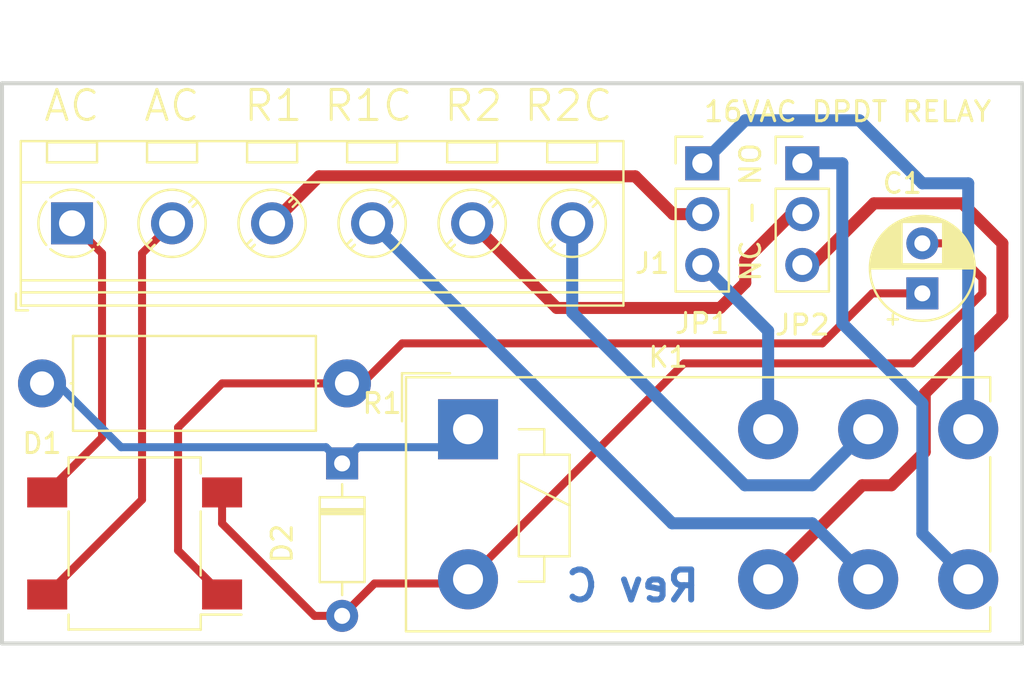
<source format=kicad_pcb>
(kicad_pcb (version 20221018) (generator pcbnew)
  (layers (0 "F.Cu" signal) (31 "B.Cu" signal) (34 "B.Paste" user) (35 "F.Paste" user) (36 "B.SilkS" user "B.Silkscreen") (37 "F.SilkS" user "F.Silkscreen") (38 "B.Mask" user) (39 "F.Mask" user) (44 "Edge.Cuts" user))
  (net 0 "")
  (net 1 "Net-(D1-+)")
  (net 2 "Net-(D1--)")
  (net 3 "Net-(J1-Pin_5)")
  (net 4 "Net-(J1-Pin_6)")
  (net 5 "Net-(D2-K)")
  (net 6 "Net-(J1-Pin_1)")
  (net 7 "Net-(J1-Pin_2)")
  (net 8 "Net-(J1-Pin_3)")
  (net 9 "Net-(J1-Pin_4)")
  (net 10 "Net-(JP1-Pin_1)")
  (net 11 "Net-(JP1-Pin_3)")
  (net 12 "Net-(JP2-Pin_1)")
  (net 13 "Net-(JP2-Pin_3)")
  (footprint "Connector_PinHeader_2.54mm:PinHeader_1x03_P2.54mm_Vertical" (layer "F.Cu") (at 141 122)
    (fp_text reference "JP2" (at 0 8.08 180) (layer "F.SilkS"))
    (fp_text value "Conn_01x03")
    (fp_line (start -1.33 -1.33) (end 0 -1.33) (stroke (width 0.12)) (layer "F.SilkS"))
    (fp_line (start -1.33 0) (end -1.33 -1.33) (stroke (width 0.12)) (layer "F.SilkS"))
    (fp_line (start -1.33 1.27) (end -1.33 6.41) (stroke (width 0.12)) (layer "F.SilkS"))
    (fp_line (start -1.33 1.27) (end 1.33 1.27) (stroke (width 0.12)) (layer "F.SilkS"))
    (fp_line (start -1.33 6.41) (end 1.33 6.41) (stroke (width 0.12)) (layer "F.SilkS"))
    (fp_line (start 1.33 1.27) (end 1.33 6.41) (stroke (width 0.12)) (layer "F.SilkS"))
    (pad "1" thru_hole rect (at 0 0) (size 1.7 1.7) (drill 1) (layers "*.Cu" "*.Mask") (net 12 "Net-(JP2-Pin_1)"))
    (pad "2" thru_hole oval (at 0 2.54) (size 1.7 1.7) (drill 1) (layers "*.Cu" "*.Mask") (net 3 "Net-(J1-Pin_5)"))
    (pad "3" thru_hole oval (at 0 5.08) (size 1.7 1.7) (drill 1) (layers "*.Cu" "*.Mask") (net 13 "Net-(JP2-Pin_3)"))
  )
  (footprint "Resistor_THT:R_Axial_DIN0414_L11.9mm_D4.5mm_P15.24mm_Horizontal" (layer "F.Cu") (at 118.24 133 180)
    (fp_text reference "R1" (at -1.76 -1) (layer "F.SilkS"))
    (fp_text value "270 1/2 W")
    (fp_line (start 1.44 0) (end 1.55 0) (stroke (width 0.12)) (layer "F.SilkS"))
    (fp_line (start 1.55 -2.37) (end 1.55 2.37) (stroke (width 0.12)) (layer "F.SilkS"))
    (fp_line (start 1.55 2.37) (end 13.69 2.37) (stroke (width 0.12)) (layer "F.SilkS"))
    (fp_line (start 13.69 -2.37) (end 1.55 -2.37) (stroke (width 0.12)) (layer "F.SilkS"))
    (fp_line (start 13.69 2.37) (end 13.69 -2.37) (stroke (width 0.12)) (layer "F.SilkS"))
    (fp_line (start 13.8 0) (end 13.69 0) (stroke (width 0.12)) (layer "F.SilkS"))
    (pad "1" thru_hole circle (at 0 0 180) (size 2.4 2.4) (drill 1.2) (layers "*.Cu" "*.Mask") (net 1 "Net-(D1-+)"))
    (pad "2" thru_hole oval (at 15.24 0 180) (size 2.4 2.4) (drill 1.2) (layers "*.Cu" "*.Mask") (net 5 "Net-(D2-K)"))
  )
  (footprint "Relay_THT:Relay_DPDT_Finder_40.52" (layer "F.Cu") (at 124.2925 135.2925)
    (fp_text reference "K1" (at 10 -3.6) (layer "F.SilkS"))
    (fp_text value "Panasonic-JW2ASN-DC12V")
    (fp_line (start -3.3 -0.4) (end -3.3 -2.8) (stroke (width 0.12)) (layer "F.SilkS"))
    (fp_line (start -3.1 -2.6) (end 26.1 -2.6) (stroke (width 0.12)) (layer "F.SilkS"))
    (fp_line (start -3.1 10.1) (end -3.1 -2.6) (stroke (width 0.12)) (layer "F.SilkS"))
    (fp_line (start -0.9 -2.8) (end -3.3 -2.8) (stroke (width 0.12)) (layer "F.SilkS"))
    (fp_line (start 2.54 0) (end 3.81 0) (stroke (width 0.12)) (layer "F.SilkS"))
    (fp_line (start 2.54 1.27) (end 3.81 1.27) (stroke (width 0.12)) (layer "F.SilkS"))
    (fp_line (start 2.54 2.54) (end 5.08 3.81) (stroke (width 0.12)) (layer "F.SilkS"))
    (fp_line (start 2.54 6.35) (end 2.54 1.27) (stroke (width 0.12)) (layer "F.SilkS"))
    (fp_line (start 3.81 0) (end 3.81 1.27) (stroke (width 0.12)) (layer "F.SilkS"))
    (fp_line (start 3.81 1.27) (end 5.08 1.27) (stroke (width 0.12)) (layer "F.SilkS"))
    (fp_line (start 3.81 6.35) (end 3.81 7.62) (stroke (width 0.12)) (layer "F.SilkS"))
    (fp_line (start 3.81 7.62) (end 2.54 7.62) (stroke (width 0.12)) (layer "F.SilkS"))
    (fp_line (start 5.08 1.27) (end 5.08 6.35) (stroke (width 0.12)) (layer "F.SilkS"))
    (fp_line (start 5.08 6.35) (end 2.54 6.35) (stroke (width 0.12)) (layer "F.SilkS"))
    (fp_line (start 26.1 -2.6) (end 26.1 -1.4) (stroke (width 0.12)) (layer "F.SilkS"))
    (fp_line (start 26.1 1.4) (end 26.1 6.1) (stroke (width 0.12)) (layer "F.SilkS"))
    (fp_line (start 26.1 8.9) (end 26.1 10.1) (stroke (width 0.12)) (layer "F.SilkS"))
    (fp_line (start 26.1 10.1) (end -3.1 10.1) (stroke (width 0.12)) (layer "F.SilkS"))
    (pad "11" thru_hole circle (at 20 0) (size 3 3) (drill 1.5) (layers "*.Cu" "*.Mask") (net 4 "Net-(J1-Pin_6)"))
    (pad "12" thru_hole circle (at 15 0) (size 3 3) (drill 1.5) (layers "*.Cu" "*.Mask") (net 11 "Net-(JP1-Pin_3)"))
    (pad "14" thru_hole circle (at 25 0) (size 3 3) (drill 1.5) (layers "*.Cu" "*.Mask") (net 10 "Net-(JP1-Pin_1)"))
    (pad "21" thru_hole circle (at 20 7.5) (size 3 3) (drill 1.5) (layers "*.Cu" "*.Mask") (net 9 "Net-(J1-Pin_4)"))
    (pad "22" thru_hole circle (at 15 7.5) (size 3 3) (drill 1.5) (layers "*.Cu" "*.Mask") (net 13 "Net-(JP2-Pin_3)"))
    (pad "24" thru_hole circle (at 25 7.5) (size 3 3) (drill 1.5) (layers "*.Cu" "*.Mask") (net 12 "Net-(JP2-Pin_1)"))
    (pad "A1" thru_hole rect (at 0 0) (size 3 3) (drill 1.5) (layers "*.Cu" "*.Mask") (net 5 "Net-(D2-K)"))
    (pad "A2" thru_hole circle (at 0 7.5) (size 3 3) (drill 1.5) (layers "*.Cu" "*.Mask") (net 2 "Net-(D1--)"))
  )
  (footprint "Connector_PinHeader_2.54mm:PinHeader_1x03_P2.54mm_Vertical" (layer "F.Cu") (at 136 122)
    (fp_text reference "JP1" (at 0 8 180) (layer "F.SilkS"))
    (fp_text value "Conn_01x03")
    (fp_line (start -1.33 -1.33) (end 0 -1.33) (stroke (width 0.12)) (layer "F.SilkS"))
    (fp_line (start -1.33 0) (end -1.33 -1.33) (stroke (width 0.12)) (layer "F.SilkS"))
    (fp_line (start -1.33 1.27) (end -1.33 6.41) (stroke (width 0.12)) (layer "F.SilkS"))
    (fp_line (start -1.33 1.27) (end 1.33 1.27) (stroke (width 0.12)) (layer "F.SilkS"))
    (fp_line (start -1.33 6.41) (end 1.33 6.41) (stroke (width 0.12)) (layer "F.SilkS"))
    (fp_line (start 1.33 1.27) (end 1.33 6.41) (stroke (width 0.12)) (layer "F.SilkS"))
    (pad "1" thru_hole rect (at 0 0) (size 1.7 1.7) (drill 1) (layers "*.Cu" "*.Mask") (net 10 "Net-(JP1-Pin_1)"))
    (pad "2" thru_hole oval (at 0 2.54) (size 1.7 1.7) (drill 1) (layers "*.Cu" "*.Mask") (net 8 "Net-(J1-Pin_3)"))
    (pad "3" thru_hole oval (at 0 5.08) (size 1.7 1.7) (drill 1) (layers "*.Cu" "*.Mask") (net 11 "Net-(JP1-Pin_3)"))
  )
  (footprint "TerminalBlock_RND:TerminalBlock_RND_205-00049_1x06_P5.00mm_Horizontal" (layer "F.Cu") (at 104.5 125)
    (fp_text reference "J1" (at 29 2) (layer "F.SilkS"))
    (fp_text value "Screw_Terminal_TB002-500-06BE")
    (fp_line (start -2.8 3.51) (end -2.8 4.35) (stroke (width 0.12)) (layer "F.SilkS"))
    (fp_line (start -2.8 4.35) (end -2.2 4.35) (stroke (width 0.12)) (layer "F.SilkS"))
    (fp_line (start -2.56 -4.11) (end -2.56 4.11) (stroke (width 0.12)) (layer "F.SilkS"))
    (fp_line (start -2.56 -4.11) (end 27.56 -4.11) (stroke (width 0.12)) (layer "F.SilkS"))
    (fp_line (start -2.56 -2.05) (end 27.56 -2.05) (stroke (width 0.12)) (layer "F.SilkS"))
    (fp_line (start -2.56 2.85) (end 27.56 2.85) (stroke (width 0.12)) (layer "F.SilkS"))
    (fp_line (start -2.56 3.45) (end 27.56 3.45) (stroke (width 0.12)) (layer "F.SilkS"))
    (fp_line (start -2.56 4.11) (end 27.56 4.11) (stroke (width 0.12)) (layer "F.SilkS"))
    (fp_line (start -1.25 -4.05) (end -1.25 -3.05) (stroke (width 0.12)) (layer "F.SilkS"))
    (fp_line (start -1.25 -4.05) (end 1.25 -4.05) (stroke (width 0.12)) (layer "F.SilkS"))
    (fp_line (start -1.25 -3.05) (end 1.25 -3.05) (stroke (width 0.12)) (layer "F.SilkS"))
    (fp_line (start 1.25 -4.05) (end 1.25 -3.05) (stroke (width 0.12)) (layer "F.SilkS"))
    (fp_line (start 3.75 -4.05) (end 3.75 -3.05) (stroke (width 0.12)) (layer "F.SilkS"))
    (fp_line (start 3.75 -4.05) (end 6.25 -4.05) (stroke (width 0.12)) (layer "F.SilkS"))
    (fp_line (start 3.75 -3.05) (end 6.25 -3.05) (stroke (width 0.12)) (layer "F.SilkS"))
    (fp_line (start 3.972 0.823) (end 3.726 1.069) (stroke (width 0.12)) (layer "F.SilkS"))
    (fp_line (start 4.13 1.075) (end 3.931 1.274) (stroke (width 0.12)) (layer "F.SilkS"))
    (fp_line (start 6.07 -1.275) (end 5.859 -1.064) (stroke (width 0.12)) (layer "F.SilkS"))
    (fp_line (start 6.25 -4.05) (end 6.25 -3.05) (stroke (width 0.12)) (layer "F.SilkS"))
    (fp_line (start 6.275 -1.069) (end 6.029 -0.823) (stroke (width 0.12)) (layer "F.SilkS"))
    (fp_line (start 8.75 -4.05) (end 8.75 -3.05) (stroke (width 0.12)) (layer "F.SilkS"))
    (fp_line (start 8.75 -4.05) (end 11.25 -4.05) (stroke (width 0.12)) (layer "F.SilkS"))
    (fp_line (start 8.75 -3.05) (end 11.25 -3.05) (stroke (width 0.12)) (layer "F.SilkS"))
    (fp_line (start 8.972 0.823) (end 8.726 1.069) (stroke (width 0.12)) (layer "F.SilkS"))
    (fp_line (start 9.13 1.075) (end 8.931 1.274) (stroke (width 0.12)) (layer "F.SilkS"))
    (fp_line (start 11.07 -1.275) (end 10.859 -1.064) (stroke (width 0.12)) (layer "F.SilkS"))
    (fp_line (start 11.25 -4.05) (end 11.25 -3.05) (stroke (width 0.12)) (layer "F.SilkS"))
    (fp_line (start 11.275 -1.069) (end 11.029 -0.823) (stroke (width 0.12)) (layer "F.SilkS"))
    (fp_line (start 13.75 -4.05) (end 13.75 -3.05) (stroke (width 0.12)) (layer "F.SilkS"))
    (fp_line (start 13.75 -4.05) (end 16.25 -4.05) (stroke (width 0.12)) (layer "F.SilkS"))
    (fp_line (start 13.75 -3.05) (end 16.25 -3.05) (stroke (width 0.12)) (layer "F.SilkS"))
    (fp_line (start 13.972 0.823) (end 13.726 1.069) (stroke (width 0.12)) (layer "F.SilkS"))
    (fp_line (start 14.13 1.075) (end 13.931 1.274) (stroke (width 0.12)) (layer "F.SilkS"))
    (fp_line (start 16.07 -1.275) (end 15.859 -1.064) (stroke (width 0.12)) (layer "F.SilkS"))
    (fp_line (start 16.25 -4.05) (end 16.25 -3.05) (stroke (width 0.12)) (layer "F.SilkS"))
    (fp_line (start 16.275 -1.069) (end 16.029 -0.823) (stroke (width 0.12)) (layer "F.SilkS"))
    (fp_line (start 18.75 -4.05) (end 18.75 -3.05) (stroke (width 0.12)) (layer "F.SilkS"))
    (fp_line (start 18.75 -4.05) (end 21.25 -4.05) (stroke (width 0.12)) (layer "F.SilkS"))
    (fp_line (start 18.75 -3.05) (end 21.25 -3.05) (stroke (width 0.12)) (layer "F.SilkS"))
    (fp_line (start 18.972 0.823) (end 18.726 1.069) (stroke (width 0.12)) (layer "F.SilkS"))
    (fp_line (start 19.13 1.075) (end 18.931 1.274) (stroke (width 0.12)) (layer "F.SilkS"))
    (fp_line (start 21.07 -1.275) (end 20.859 -1.064) (stroke (width 0.12)) (layer "F.SilkS"))
    (fp_line (start 21.25 -4.05) (end 21.25 -3.05) (stroke (width 0.12)) (layer "F.SilkS"))
    (fp_line (start 21.275 -1.069) (end 21.029 -0.823) (stroke (width 0.12)) (layer "F.SilkS"))
    (fp_line (start 23.75 -4.05) (end 23.75 -3.05) (stroke (width 0.12)) (layer "F.SilkS"))
    (fp_line (start 23.75 -4.05) (end 26.25 -4.05) (stroke (width 0.12)) (layer "F.SilkS"))
    (fp_line (start 23.75 -3.05) (end 26.25 -3.05) (stroke (width 0.12)) (layer "F.SilkS"))
    (fp_line (start 23.972 0.823) (end 23.726 1.069) (stroke (width 0.12)) (layer "F.SilkS"))
    (fp_line (start 24.13 1.075) (end 23.931 1.274) (stroke (width 0.12)) (layer "F.SilkS"))
    (fp_line (start 26.07 -1.275) (end 25.859 -1.064) (stroke (width 0.12)) (layer "F.SilkS"))
    (fp_line (start 26.25 -4.05) (end 26.25 -3.05) (stroke (width 0.12)) (layer "F.SilkS"))
    (fp_line (start 26.275 -1.069) (end 26.029 -0.823) (stroke (width 0.12)) (layer "F.SilkS"))
    (fp_line (start 27.56 -4.11) (end 27.56 4.11) (stroke (width 0.12)) (layer "F.SilkS"))
    (fp_arc (start -1.288062 1.079734) (mid -1.680752 -0.000826) (end -1.287 -1.081) (stroke (width 0.12)) (layer "F.SilkS"))
    (fp_arc (start -1.079908 -1.287078) (mid 0.00006 -1.68011) (end 1.08 -1.287) (stroke (width 0.12)) (layer "F.SilkS"))
    (fp_arc (start 0.028507 1.680511) (mid -0.561826 1.584071) (end -1.081 1.287) (stroke (width 0.12)) (layer "F.SilkS"))
    (fp_arc (start 1.079883 1.286955) (mid 0.574594 1.578684) (end 0 1.68) (stroke (width 0.12)) (layer "F.SilkS"))
    (fp_arc (start 1.287078 -1.079908) (mid 1.68011 0.00006) (end 1.287 1.08) (stroke (width 0.12)) (layer "F.SilkS"))
    (fp_circle (center 5 0) (end 6.68 0) (stroke (width 0.12)) (fill none) (layer "F.SilkS"))
    (fp_circle (center 10 0) (end 11.68 0) (stroke (width 0.12)) (fill none) (layer "F.SilkS"))
    (fp_circle (center 15 0) (end 16.68 0) (stroke (width 0.12)) (fill none) (layer "F.SilkS"))
    (fp_circle (center 20 0) (end 21.68 0) (stroke (width 0.12)) (fill none) (layer "F.SilkS"))
    (fp_circle (center 25 0) (end 26.68 0) (stroke (width 0.12)) (fill none) (layer "F.SilkS"))
    (pad "1" thru_hole rect (at 0 0) (size 2.1 2.1) (drill 1.3) (layers "*.Cu" "*.Mask") (net 6 "Net-(J1-Pin_1)"))
    (pad "2" thru_hole circle (at 5 0) (size 2.1 2.1) (drill 1.3) (layers "*.Cu" "*.Mask") (net 7 "Net-(J1-Pin_2)"))
    (pad "3" thru_hole circle (at 10 0) (size 2.1 2.1) (drill 1.3) (layers "*.Cu" "*.Mask") (net 8 "Net-(J1-Pin_3)"))
    (pad "4" thru_hole circle (at 15 0) (size 2.1 2.1) (drill 1.3) (layers "*.Cu" "*.Mask") (net 9 "Net-(J1-Pin_4)"))
    (pad "5" thru_hole circle (at 20 0) (size 2.1 2.1) (drill 1.3) (layers "*.Cu" "*.Mask") (net 3 "Net-(J1-Pin_5)"))
    (pad "6" thru_hole circle (at 25 0) (size 2.1 2.1) (drill 1.3) (layers "*.Cu" "*.Mask") (net 4 "Net-(J1-Pin_6)"))
  )
  (footprint "Diode_THT:D_DO-35_SOD27_P7.62mm_Horizontal" (layer "F.Cu") (at 118 137 -90)
    (fp_text reference "D2" (at 4 3 90) (layer "F.SilkS"))
    (fp_text value "1N4148")
    (fp_line (start 1.04 0) (end 1.69 0) (stroke (width 0.12)) (layer "F.SilkS"))
    (fp_line (start 1.69 -1.12) (end 1.69 1.12) (stroke (width 0.12)) (layer "F.SilkS"))
    (fp_line (start 1.69 1.12) (end 5.93 1.12) (stroke (width 0.12)) (layer "F.SilkS"))
    (fp_line (start 2.29 -1.12) (end 2.29 1.12) (stroke (width 0.12)) (layer "F.SilkS"))
    (fp_line (start 2.41 -1.12) (end 2.41 1.12) (stroke (width 0.12)) (layer "F.SilkS"))
    (fp_line (start 2.53 -1.12) (end 2.53 1.12) (stroke (width 0.12)) (layer "F.SilkS"))
    (fp_line (start 5.93 -1.12) (end 1.69 -1.12) (stroke (width 0.12)) (layer "F.SilkS"))
    (fp_line (start 5.93 1.12) (end 5.93 -1.12) (stroke (width 0.12)) (layer "F.SilkS"))
    (fp_line (start 6.58 0) (end 5.93 0) (stroke (width 0.12)) (layer "F.SilkS"))
    (pad "1" thru_hole rect (at 0 0 270) (size 1.6 1.6) (drill 0.8) (layers "*.Cu" "*.Mask") (net 5 "Net-(D2-K)"))
    (pad "2" thru_hole oval (at 7.62 0 270) (size 1.6 1.6) (drill 0.8) (layers "*.Cu" "*.Mask") (net 2 "Net-(D1--)"))
  )
  (footprint "Diode_SMD:Diode_Bridge_Vishay_DFS" (layer "F.Cu") (at 107.63 141 180)
    (fp_text reference "D1" (at 4.63 5) (layer "F.SilkS"))
    (fp_text value "DF005S-G")
    (fp_line (start -5.334 -3.556) (end -5.334 -3.556) (stroke (width 0.12)) (layer "F.SilkS"))
    (fp_line (start -3.302 -4.318) (end -3.302 -3.556) (stroke (width 0.12)) (layer "F.SilkS"))
    (fp_line (start -3.302 -3.556) (end -5.334 -3.556) (stroke (width 0.12)) (layer "F.SilkS"))
    (fp_line (start -3.3 -4.3) (end 3.3 -4.3) (stroke (width 0.12)) (layer "F.SilkS"))
    (fp_line (start -3.3 -1.6) (end -3.3 1.6) (stroke (width 0.12)) (layer "F.SilkS"))
    (fp_line (start -3.3 3.5) (end -3.3 4.3) (stroke (width 0.12)) (layer "F.SilkS"))
    (fp_line (start -3.3 4.3) (end 3.3 4.3) (stroke (width 0.12)) (layer "F.SilkS"))
    (fp_line (start 3.3 -1.6) (end 3.3 1.6) (stroke (width 0.12)) (layer "F.SilkS"))
    (fp_line (start 3.3 4.3) (end 3.3 3.5) (stroke (width 0.12)) (layer "F.SilkS"))
    (fp_line (start 3.302 -4.318) (end 3.302 -4.318) (stroke (width 0.12)) (layer "F.SilkS"))
    (fp_line (start 3.302 -3.556) (end 3.302 -4.318) (stroke (width 0.12)) (layer "F.SilkS"))
    (pad "1" smd rect (at -4.37 -2.55 180) (size 2 1.5) (layers "F.Cu" "F.Paste" "F.Mask") (net 1 "Net-(D1-+)"))
    (pad "2" smd rect (at -4.37 2.55 180) (size 2 1.5) (layers "F.Cu" "F.Paste" "F.Mask") (net 2 "Net-(D1--)"))
    (pad "3" smd rect (at 4.37 2.55 180) (size 2 1.5) (layers "F.Cu" "F.Paste" "F.Mask") (net 6 "Net-(J1-Pin_1)"))
    (pad "4" smd rect (at 4.37 -2.55 180) (size 2 1.5) (layers "F.Cu" "F.Paste" "F.Mask") (net 7 "Net-(J1-Pin_2)"))
  )
  (footprint "Capacitor_THT:CP_Radial_D5.0mm_P2.50mm" (layer "F.Cu") (at 147 128.5 90)
    (fp_text reference "C1" (at 5.5 -1) (layer "F.SilkS"))
    (fp_text value "220uF 50V")
    (fp_line (start -1.554775 -1.475) (end -1.054775 -1.475) (stroke (width 0.12)) (layer "F.SilkS"))
    (fp_line (start -1.304775 -1.725) (end -1.304775 -1.225) (stroke (width 0.12)) (layer "F.SilkS"))
    (fp_line (start 1.25 -2.58) (end 1.25 2.58) (stroke (width 0.12)) (layer "F.SilkS"))
    (fp_line (start 1.29 -2.58) (end 1.29 2.58) (stroke (width 0.12)) (layer "F.SilkS"))
    (fp_line (start 1.33 -2.579) (end 1.33 2.579) (stroke (width 0.12)) (layer "F.SilkS"))
    (fp_line (start 1.37 -2.578) (end 1.37 2.578) (stroke (width 0.12)) (layer "F.SilkS"))
    (fp_line (start 1.41 -2.576) (end 1.41 2.576) (stroke (width 0.12)) (layer "F.SilkS"))
    (fp_line (start 1.45 -2.573) (end 1.45 2.573) (stroke (width 0.12)) (layer "F.SilkS"))
    (fp_line (start 1.49 -2.569) (end 1.49 -1.04) (stroke (width 0.12)) (layer "F.SilkS"))
    (fp_line (start 1.49 1.04) (end 1.49 2.569) (stroke (width 0.12)) (layer "F.SilkS"))
    (fp_line (start 1.53 -2.565) (end 1.53 -1.04) (stroke (width 0.12)) (layer "F.SilkS"))
    (fp_line (start 1.53 1.04) (end 1.53 2.565) (stroke (width 0.12)) (layer "F.SilkS"))
    (fp_line (start 1.57 -2.561) (end 1.57 -1.04) (stroke (width 0.12)) (layer "F.SilkS"))
    (fp_line (start 1.57 1.04) (end 1.57 2.561) (stroke (width 0.12)) (layer "F.SilkS"))
    (fp_line (start 1.61 -2.556) (end 1.61 -1.04) (stroke (width 0.12)) (layer "F.SilkS"))
    (fp_line (start 1.61 1.04) (end 1.61 2.556) (stroke (width 0.12)) (layer "F.SilkS"))
    (fp_line (start 1.65 -2.55) (end 1.65 -1.04) (stroke (width 0.12)) (layer "F.SilkS"))
    (fp_line (start 1.65 1.04) (end 1.65 2.55) (stroke (width 0.12)) (layer "F.SilkS"))
    (fp_line (start 1.69 -2.543) (end 1.69 -1.04) (stroke (width 0.12)) (layer "F.SilkS"))
    (fp_line (start 1.69 1.04) (end 1.69 2.543) (stroke (width 0.12)) (layer "F.SilkS"))
    (fp_line (start 1.73 -2.536) (end 1.73 -1.04) (stroke (width 0.12)) (layer "F.SilkS"))
    (fp_line (start 1.73 1.04) (end 1.73 2.536) (stroke (width 0.12)) (layer "F.SilkS"))
    (fp_line (start 1.77 -2.528) (end 1.77 -1.04) (stroke (width 0.12)) (layer "F.SilkS"))
    (fp_line (start 1.77 1.04) (end 1.77 2.528) (stroke (width 0.12)) (layer "F.SilkS"))
    (fp_line (start 1.81 -2.52) (end 1.81 -1.04) (stroke (width 0.12)) (layer "F.SilkS"))
    (fp_line (start 1.81 1.04) (end 1.81 2.52) (stroke (width 0.12)) (layer "F.SilkS"))
    (fp_line (start 1.85 -2.511) (end 1.85 -1.04) (stroke (width 0.12)) (layer "F.SilkS"))
    (fp_line (start 1.85 1.04) (end 1.85 2.511) (stroke (width 0.12)) (layer "F.SilkS"))
    (fp_line (start 1.89 -2.501) (end 1.89 -1.04) (stroke (width 0.12)) (layer "F.SilkS"))
    (fp_line (start 1.89 1.04) (end 1.89 2.501) (stroke (width 0.12)) (layer "F.SilkS"))
    (fp_line (start 1.93 -2.491) (end 1.93 -1.04) (stroke (width 0.12)) (layer "F.SilkS"))
    (fp_line (start 1.93 1.04) (end 1.93 2.491) (stroke (width 0.12)) (layer "F.SilkS"))
    (fp_line (start 1.971 -2.48) (end 1.971 -1.04) (stroke (width 0.12)) (layer "F.SilkS"))
    (fp_line (start 1.971 1.04) (end 1.971 2.48) (stroke (width 0.12)) (layer "F.SilkS"))
    (fp_line (start 2.011 -2.468) (end 2.011 -1.04) (stroke (width 0.12)) (layer "F.SilkS"))
    (fp_line (start 2.011 1.04) (end 2.011 2.468) (stroke (width 0.12)) (layer "F.SilkS"))
    (fp_line (start 2.051 -2.455) (end 2.051 -1.04) (stroke (width 0.12)) (layer "F.SilkS"))
    (fp_line (start 2.051 1.04) (end 2.051 2.455) (stroke (width 0.12)) (layer "F.SilkS"))
    (fp_line (start 2.091 -2.442) (end 2.091 -1.04) (stroke (width 0.12)) (layer "F.SilkS"))
    (fp_line (start 2.091 1.04) (end 2.091 2.442) (stroke (width 0.12)) (layer "F.SilkS"))
    (fp_line (start 2.131 -2.428) (end 2.131 -1.04) (stroke (width 0.12)) (layer "F.SilkS"))
    (fp_line (start 2.131 1.04) (end 2.131 2.428) (stroke (width 0.12)) (layer "F.SilkS"))
    (fp_line (start 2.171 -2.414) (end 2.171 -1.04) (stroke (width 0.12)) (layer "F.SilkS"))
    (fp_line (start 2.171 1.04) (end 2.171 2.414) (stroke (width 0.12)) (layer "F.SilkS"))
    (fp_line (start 2.211 -2.398) (end 2.211 -1.04) (stroke (width 0.12)) (layer "F.SilkS"))
    (fp_line (start 2.211 1.04) (end 2.211 2.398) (stroke (width 0.12)) (layer "F.SilkS"))
    (fp_line (start 2.251 -2.382) (end 2.251 -1.04) (stroke (width 0.12)) (layer "F.SilkS"))
    (fp_line (start 2.251 1.04) (end 2.251 2.382) (stroke (width 0.12)) (layer "F.SilkS"))
    (fp_line (start 2.291 -2.365) (end 2.291 -1.04) (stroke (width 0.12)) (layer "F.SilkS"))
    (fp_line (start 2.291 1.04) (end 2.291 2.365) (stroke (width 0.12)) (layer "F.SilkS"))
    (fp_line (start 2.331 -2.348) (end 2.331 -1.04) (stroke (width 0.12)) (layer "F.SilkS"))
    (fp_line (start 2.331 1.04) (end 2.331 2.348) (stroke (width 0.12)) (layer "F.SilkS"))
    (fp_line (start 2.371 -2.329) (end 2.371 -1.04) (stroke (width 0.12)) (layer "F.SilkS"))
    (fp_line (start 2.371 1.04) (end 2.371 2.329) (stroke (width 0.12)) (layer "F.SilkS"))
    (fp_line (start 2.411 -2.31) (end 2.411 -1.04) (stroke (width 0.12)) (layer "F.SilkS"))
    (fp_line (start 2.411 1.04) (end 2.411 2.31) (stroke (width 0.12)) (layer "F.SilkS"))
    (fp_line (start 2.451 -2.29) (end 2.451 -1.04) (stroke (width 0.12)) (layer "F.SilkS"))
    (fp_line (start 2.451 1.04) (end 2.451 2.29) (stroke (width 0.12)) (layer "F.SilkS"))
    (fp_line (start 2.491 -2.268) (end 2.491 -1.04) (stroke (width 0.12)) (layer "F.SilkS"))
    (fp_line (start 2.491 1.04) (end 2.491 2.268) (stroke (width 0.12)) (layer "F.SilkS"))
    (fp_line (start 2.531 -2.247) (end 2.531 -1.04) (stroke (width 0.12)) (layer "F.SilkS"))
    (fp_line (start 2.531 1.04) (end 2.531 2.247) (stroke (width 0.12)) (layer "F.SilkS"))
    (fp_line (start 2.571 -2.224) (end 2.571 -1.04) (stroke (width 0.12)) (layer "F.SilkS"))
    (fp_line (start 2.571 1.04) (end 2.571 2.224) (stroke (width 0.12)) (layer "F.SilkS"))
    (fp_line (start 2.611 -2.2) (end 2.611 -1.04) (stroke (width 0.12)) (layer "F.SilkS"))
    (fp_line (start 2.611 1.04) (end 2.611 2.2) (stroke (width 0.12)) (layer "F.SilkS"))
    (fp_line (start 2.651 -2.175) (end 2.651 -1.04) (stroke (width 0.12)) (layer "F.SilkS"))
    (fp_line (start 2.651 1.04) (end 2.651 2.175) (stroke (width 0.12)) (layer "F.SilkS"))
    (fp_line (start 2.691 -2.149) (end 2.691 -1.04) (stroke (width 0.12)) (layer "F.SilkS"))
    (fp_line (start 2.691 1.04) (end 2.691 2.149) (stroke (width 0.12)) (layer "F.SilkS"))
    (fp_line (start 2.731 -2.122) (end 2.731 -1.04) (stroke (width 0.12)) (layer "F.SilkS"))
    (fp_line (start 2.731 1.04) (end 2.731 2.122) (stroke (width 0.12)) (layer "F.SilkS"))
    (fp_line (start 2.771 -2.095) (end 2.771 -1.04) (stroke (width 0.12)) (layer "F.SilkS"))
    (fp_line (start 2.771 1.04) (end 2.771 2.095) (stroke (width 0.12)) (layer "F.SilkS"))
    (fp_line (start 2.811 -2.065) (end 2.811 -1.04) (stroke (width 0.12)) (layer "F.SilkS"))
    (fp_line (start 2.811 1.04) (end 2.811 2.065) (stroke (width 0.12)) (layer "F.SilkS"))
    (fp_line (start 2.851 -2.035) (end 2.851 -1.04) (stroke (width 0.12)) (layer "F.SilkS"))
    (fp_line (start 2.851 1.04) (end 2.851 2.035) (stroke (width 0.12)) (layer "F.SilkS"))
    (fp_line (start 2.891 -2.004) (end 2.891 -1.04) (stroke (width 0.12)) (layer "F.SilkS"))
    (fp_line (start 2.891 1.04) (end 2.891 2.004) (stroke (width 0.12)) (layer "F.SilkS"))
    (fp_line (start 2.931 -1.971) (end 2.931 -1.04) (stroke (width 0.12)) (layer "F.SilkS"))
    (fp_line (start 2.931 1.04) (end 2.931 1.971) (stroke (width 0.12)) (layer "F.SilkS"))
    (fp_line (start 2.971 -1.937) (end 2.971 -1.04) (stroke (width 0.12)) (layer "F.SilkS"))
    (fp_line (start 2.971 1.04) (end 2.971 1.937) (stroke (width 0.12)) (layer "F.SilkS"))
    (fp_line (start 3.011 -1.901) (end 3.011 -1.04) (stroke (width 0.12)) (layer "F.SilkS"))
    (fp_line (start 3.011 1.04) (end 3.011 1.901) (stroke (width 0.12)) (layer "F.SilkS"))
    (fp_line (start 3.051 -1.864) (end 3.051 -1.04) (stroke (width 0.12)) (layer "F.SilkS"))
    (fp_line (start 3.051 1.04) (end 3.051 1.864) (stroke (width 0.12)) (layer "F.SilkS"))
    (fp_line (start 3.091 -1.826) (end 3.091 -1.04) (stroke (width 0.12)) (layer "F.SilkS"))
    (fp_line (start 3.091 1.04) (end 3.091 1.826) (stroke (width 0.12)) (layer "F.SilkS"))
    (fp_line (start 3.131 -1.785) (end 3.131 -1.04) (stroke (width 0.12)) (layer "F.SilkS"))
    (fp_line (start 3.131 1.04) (end 3.131 1.785) (stroke (width 0.12)) (layer "F.SilkS"))
    (fp_line (start 3.171 -1.743) (end 3.171 -1.04) (stroke (width 0.12)) (layer "F.SilkS"))
    (fp_line (start 3.171 1.04) (end 3.171 1.743) (stroke (width 0.12)) (layer "F.SilkS"))
    (fp_line (start 3.211 -1.699) (end 3.211 -1.04) (stroke (width 0.12)) (layer "F.SilkS"))
    (fp_line (start 3.211 1.04) (end 3.211 1.699) (stroke (width 0.12)) (layer "F.SilkS"))
    (fp_line (start 3.251 -1.653) (end 3.251 -1.04) (stroke (width 0.12)) (layer "F.SilkS"))
    (fp_line (start 3.251 1.04) (end 3.251 1.653) (stroke (width 0.12)) (layer "F.SilkS"))
    (fp_line (start 3.291 -1.605) (end 3.291 -1.04) (stroke (width 0.12)) (layer "F.SilkS"))
    (fp_line (start 3.291 1.04) (end 3.291 1.605) (stroke (width 0.12)) (layer "F.SilkS"))
    (fp_line (start 3.331 -1.554) (end 3.331 -1.04) (stroke (width 0.12)) (layer "F.SilkS"))
    (fp_line (start 3.331 1.04) (end 3.331 1.554) (stroke (width 0.12)) (layer "F.SilkS"))
    (fp_line (start 3.371 -1.5) (end 3.371 -1.04) (stroke (width 0.12)) (layer "F.SilkS"))
    (fp_line (start 3.371 1.04) (end 3.371 1.5) (stroke (width 0.12)) (layer "F.SilkS"))
    (fp_line (start 3.411 -1.443) (end 3.411 -1.04) (stroke (width 0.12)) (layer "F.SilkS"))
    (fp_line (start 3.411 1.04) (end 3.411 1.443) (stroke (width 0.12)) (layer "F.SilkS"))
    (fp_line (start 3.451 -1.383) (end 3.451 -1.04) (stroke (width 0.12)) (layer "F.SilkS"))
    (fp_line (start 3.451 1.04) (end 3.451 1.383) (stroke (width 0.12)) (layer "F.SilkS"))
    (fp_line (start 3.491 -1.319) (end 3.491 -1.04) (stroke (width 0.12)) (layer "F.SilkS"))
    (fp_line (start 3.491 1.04) (end 3.491 1.319) (stroke (width 0.12)) (layer "F.SilkS"))
    (fp_line (start 3.531 -1.251) (end 3.531 -1.04) (stroke (width 0.12)) (layer "F.SilkS"))
    (fp_line (start 3.531 1.04) (end 3.531 1.251) (stroke (width 0.12)) (layer "F.SilkS"))
    (fp_line (start 3.571 -1.178) (end 3.571 1.178) (stroke (width 0.12)) (layer "F.SilkS"))
    (fp_line (start 3.611 -1.098) (end 3.611 1.098) (stroke (width 0.12)) (layer "F.SilkS"))
    (fp_line (start 3.651 -1.011) (end 3.651 1.011) (stroke (width 0.12)) (layer "F.SilkS"))
    (fp_line (start 3.691 -0.915) (end 3.691 0.915) (stroke (width 0.12)) (layer "F.SilkS"))
    (fp_line (start 3.731 -0.805) (end 3.731 0.805) (stroke (width 0.12)) (layer "F.SilkS"))
    (fp_line (start 3.771 -0.677) (end 3.771 0.677) (stroke (width 0.12)) (layer "F.SilkS"))
    (fp_line (start 3.811 -0.518) (end 3.811 0.518) (stroke (width 0.12)) (layer "F.SilkS"))
    (fp_line (start 3.851 -0.284) (end 3.851 0.284) (stroke (width 0.12)) (layer "F.SilkS"))
    (fp_circle (center 1.25 0) (end 3.87 0) (stroke (width 0.12)) (fill none) (layer "F.SilkS"))
    (pad "1" thru_hole rect (at 0 0 90) (size 1.6 1.6) (drill 0.8) (layers "*.Cu" "*.Mask") (net 1 "Net-(D1-+)"))
    (pad "2" thru_hole circle (at 2.5 0 90) (size 1.6 1.6) (drill 0.8) (layers "*.Cu" "*.Mask") (net 2 "Net-(D1--)"))
  )
  (gr_line (start 101 146) (end 101 118) (stroke (width 0.2)) (layer "Edge.Cuts"))
  (gr_line (start 152 146) (end 101 146) (stroke (width 0.2)) (layer "Edge.Cuts"))
  (gr_line (start 101 118) (end 152 118) (stroke (width 0.2)) (layer "Edge.Cuts"))
  (gr_line (start 152 118) (end 152 146) (stroke (width 0.2)) (layer "Edge.Cuts"))
  (gr_text "Rev C" (at 136 144) (layer "B.Cu") (effects (font (size 1.5 1.5) (thickness 0.3) bold) (justify left bottom mirror)))
  (gr_text "16VAC DPDT RELAY " (at 136 120) (layer "F.SilkS") (effects (font (size 1 1)) (justify left bottom)))
  (gr_text "R1C" (at 117 120) (layer "F.SilkS") (effects (font (size 1.5 1.5)) (justify left bottom)))
  (gr_text "R2" (at 123 120) (layer "F.SilkS") (effects (font (size 1.5 1.5)) (justify left bottom)))
  (gr_text "R1" (at 113 120) (layer "F.SilkS") (effects (font (size 1.5 1.5)) (justify left bottom)))
  (gr_text "R2C" (at 127 120) (layer "F.SilkS") (effects (font (size 1.5 1.5)) (justify left bottom)))
  (gr_text "NC - NO" (at 139 128 90) (layer "F.SilkS") (effects (font (size 1 1)) (justify left bottom)))
  (gr_text "AC" (at 103 120) (layer "F.SilkS") (effects (font (size 1.5 1.5)) (justify left bottom)))
  (gr_text "AC" (at 108 120) (layer "F.SilkS") (effects (font (size 1.5 1.5)) (justify left bottom)))
  (segment (start 109.8 135.2) (end 112 133) (width 0.4) (layer "F.Cu") (net 1))
  (segment (start 112 143.55) (end 109.8 141.35) (width 0.4) (layer "F.Cu") (net 1))
  (segment (start 144.5 128.5) (end 147 128.5) (width 0.4) (layer "F.Cu") (net 1))
  (segment (start 119 133) (end 121 131) (width 0.4) (layer "F.Cu") (net 1))
  (segment (start 121 131) (end 142 131) (width 0.4) (layer "F.Cu") (net 1))
  (segment (start 109.8 141.35) (end 109.8 135.2) (width 0.4) (layer "F.Cu") (net 1))
  (segment (start 112 133) (end 119 133) (width 0.4) (layer "F.Cu") (net 1))
  (segment (start 142 131) (end 144.5 128.5) (width 0.4) (layer "F.Cu") (net 1))
  (segment (start 112 140) (end 116.62 144.62) (width 0.4) (layer "F.Cu") (net 2))
  (segment (start 119.62 143) (end 124.085 143) (width 0.4) (layer "F.Cu") (net 2))
  (segment (start 150 127.75) (end 150 128.5) (width 0.4) (layer "F.Cu") (net 2))
  (segment (start 135.085 132) (end 124.2925 142.7925) (width 0.4) (layer "F.Cu") (net 2))
  (segment (start 150 128.5) (end 146.5 132) (width 0.4) (layer "F.Cu") (net 2))
  (segment (start 146.5 132) (end 135.085 132) (width 0.4) (layer "F.Cu") (net 2))
  (segment (start 112 138.45) (end 112 140) (width 0.4) (layer "F.Cu") (net 2))
  (segment (start 116.62 144.62) (end 118 144.62) (width 0.4) (layer "F.Cu") (net 2))
  (segment (start 148.25 126) (end 150 127.75) (width 0.4) (layer "F.Cu") (net 2))
  (segment (start 148.25 126) (end 147 126) (width 0.4) (layer "F.Cu") (net 2))
  (segment (start 118 144.62) (end 119.62 143) (width 0.4) (layer "F.Cu") (net 2))
  (segment (start 138.15 126.85) (end 140.46 124.54) (width 0.6) (layer "F.Cu") (net 3))
  (segment (start 128.73 129.23) (end 136.89056 129.23) (width 0.6) (layer "F.Cu") (net 3))
  (segment (start 138.15 127.97056) (end 138.15 126.85) (width 0.6) (layer "F.Cu") (net 3))
  (segment (start 124.5 125) (end 128.73 129.23) (width 0.6) (layer "F.Cu") (net 3))
  (segment (start 136.89056 129.23) (end 138.15 127.97056) (width 0.6) (layer "F.Cu") (net 3))
  (segment (start 129.5 125) (end 129.5 129.459798) (width 0.6) (layer "B.Cu") (net 4))
  (segment (start 138.132702 138.0925) (end 141.4925 138.0925) (width 0.6) (layer "B.Cu") (net 4))
  (segment (start 129.5 129.459798) (end 138.132702 138.0925) (width 0.6) (layer "B.Cu") (net 4))
  (segment (start 141.4925 138.0925) (end 144.2925 135.2925) (width 0.6) (layer "B.Cu") (net 4))
  (segment (start 117.19 136.19) (end 118 137) (width 0.4) (layer "B.Cu") (net 5))
  (segment (start 118.81 136.19) (end 123.395 136.19) (width 0.4) (layer "B.Cu") (net 5))
  (segment (start 118 137) (end 118.81 136.19) (width 0.4) (layer "B.Cu") (net 5))
  (segment (start 103.76 133) (end 106.95 136.19) (width 0.4) (layer "B.Cu") (net 5))
  (segment (start 106.95 136.19) (end 117.19 136.19) (width 0.4) (layer "B.Cu") (net 5))
  (segment (start 106 135.71) (end 106 126.5) (width 0.4) (layer "F.Cu") (net 6))
  (segment (start 106 126.5) (end 104.5 125) (width 0.4) (layer "F.Cu") (net 6))
  (segment (start 103.26 138.45) (end 106 135.71) (width 0.4) (layer "F.Cu") (net 6))
  (segment (start 108 138.81) (end 108 126.5) (width 0.4) (layer "F.Cu") (net 7))
  (segment (start 108 126.5) (end 109.5 125) (width 0.4) (layer "F.Cu") (net 7))
  (segment (start 103.26 143.55) (end 108 138.81) (width 0.4) (layer "F.Cu") (net 7))
  (segment (start 116.85 122.65) (end 132.65 122.65) (width 0.6) (layer "F.Cu") (net 8))
  (segment (start 132.65 122.65) (end 134.54 124.54) (width 0.6) (layer "F.Cu") (net 8))
  (segment (start 114.5 125) (end 116.85 122.65) (width 0.6) (layer "F.Cu") (net 8))
  (segment (start 134.54 124.54) (end 136 124.54) (width 0.6) (layer "F.Cu") (net 8))
  (segment (start 119.5 125) (end 134.4925 139.9925) (width 0.6) (layer "B.Cu") (net 9))
  (segment (start 134.4925 139.9925) (end 141.4925 139.9925) (width 0.6) (layer "B.Cu") (net 9))
  (segment (start 141.4925 139.9925) (end 144.2925 142.7925) (width 0.6) (layer "B.Cu") (net 9))
  (segment (start 138.15 119.85) (end 143.85 119.85) (width 0.6) (layer "B.Cu") (net 10))
  (segment (start 149.2925 123) (end 149.2925 135.2925) (width 0.6) (layer "B.Cu") (net 10))
  (segment (start 136 122) (end 138.15 119.85) (width 0.6) (layer "B.Cu") (net 10))
  (segment (start 147 123) (end 149.2925 123) (width 0.6) (layer "B.Cu") (net 10))
  (segment (start 143.85 119.85) (end 147 123) (width 0.6) (layer "B.Cu") (net 10))
  (segment (start 139.2925 135.2925) (end 139.2925 130.3725) (width 0.6) (layer "B.Cu") (net 11))
  (segment (start 139.2925 130.3725) (end 136 127.08) (width 0.6) (layer "B.Cu") (net 11))
  (segment (start 143 130) (end 147 134) (width 0.6) (layer "B.Cu") (net 12))
  (segment (start 141 122) (end 143 122) (width 0.6) (layer "B.Cu") (net 12))
  (segment (start 147 140.5) (end 149.2925 142.7925) (width 0.6) (layer "B.Cu") (net 12))
  (segment (start 147 134) (end 147 140.5) (width 0.6) (layer "B.Cu") (net 12))
  (segment (start 143 122) (end 143 130) (width 0.6) (layer "B.Cu") (net 12))
  (segment (start 139.2925 142.7925) (end 143.9925 138.0925) (width 0.6) (layer "F.Cu") (net 13))
  (segment (start 147.12132 136.423478) (end 147.12132 133.5) (width 0.6) (layer "F.Cu") (net 13))
  (segment (start 151 126) (end 149 124) (width 0.6) (layer "F.Cu") (net 13))
  (segment (start 149 124) (end 144.58056 124) (width 0.6) (layer "F.Cu") (net 13))
  (segment (start 145.452298 138.0925) (end 147.12132 136.423478) (width 0.6) (layer "F.Cu") (net 13))
  (segment (start 151 129.62132) (end 151 126) (width 0.6) (layer "F.Cu") (net 13))
  (segment (start 144.58056 124) (end 141.50056 127.08) (width 0.6) (layer "F.Cu") (net 13))
  (segment (start 143.9925 138.0925) (end 145.452298 138.0925) (width 0.6) (layer "F.Cu") (net 13))
  (segment (start 147.12132 133.5) (end 151 129.62132) (width 0.6) (layer "F.Cu") (net 13))
)
</source>
